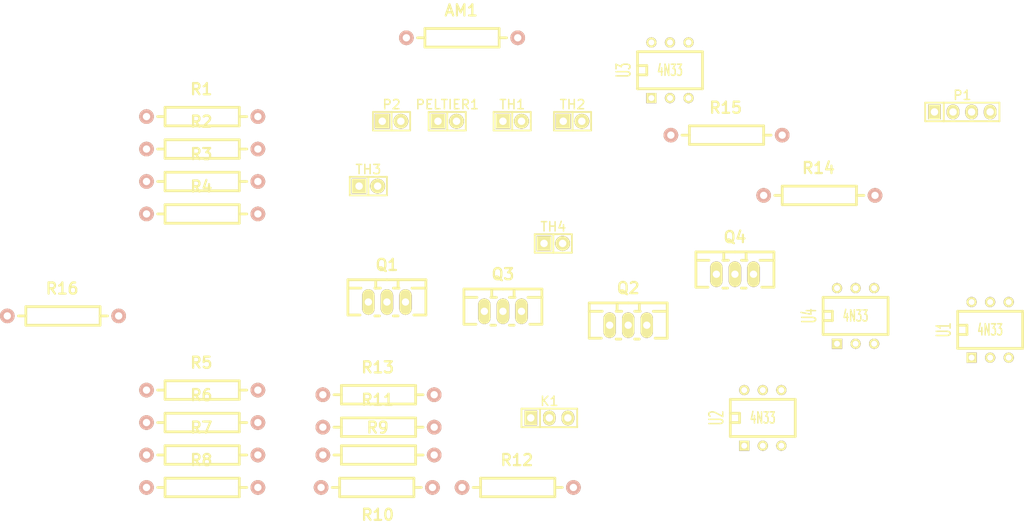
<source format=kicad_pcb>
(kicad_pcb (version 3) (host pcbnew "(2014-03-19 BZR 4756)-product")

  (general
    (links 52)
    (no_connects 52)
    (area 138.853998 98.1456 158.148202 110.409228)
    (thickness 1.6)
    (drawings 0)
    (tracks 0)
    (zones 0)
    (modules 33)
    (nets 38)
  )

  (page A4)
  (layers
    (15 F.Cu signal)
    (0 B.Cu signal)
    (16 B.Adhes user)
    (17 F.Adhes user)
    (18 B.Paste user)
    (19 F.Paste user)
    (20 B.SilkS user)
    (21 F.SilkS user)
    (22 B.Mask user)
    (23 F.Mask user)
    (24 Dwgs.User user)
    (25 Cmts.User user)
    (26 Eco1.User user)
    (27 Eco2.User user)
    (28 Edge.Cuts user)
  )

  (setup
    (last_trace_width 0.254)
    (trace_clearance 0.254)
    (zone_clearance 0.508)
    (zone_45_only no)
    (trace_min 0.254)
    (segment_width 0.2)
    (edge_width 0.15)
    (via_size 0.889)
    (via_drill 0.635)
    (via_min_size 0.889)
    (via_min_drill 0.508)
    (uvia_size 0.508)
    (uvia_drill 0.127)
    (uvias_allowed no)
    (uvia_min_size 0.508)
    (uvia_min_drill 0.127)
    (pcb_text_width 0.3)
    (pcb_text_size 1 1)
    (mod_edge_width 0.15)
    (mod_text_size 1 1)
    (mod_text_width 0.15)
    (pad_size 1 1)
    (pad_drill 0.6)
    (pad_to_mask_clearance 0)
    (aux_axis_origin 0 0)
    (visible_elements FFFFEF7F)
    (pcbplotparams
      (layerselection 3178497)
      (usegerberextensions true)
      (excludeedgelayer true)
      (linewidth 0.150000)
      (plotframeref false)
      (viasonmask false)
      (mode 1)
      (useauxorigin false)
      (hpglpennumber 1)
      (hpglpenspeed 20)
      (hpglpendiameter 15)
      (hpglpenoverlay 2)
      (psnegative false)
      (psa4output false)
      (plotreference true)
      (plotvalue true)
      (plotothertext true)
      (plotinvisibletext false)
      (padsonsilk false)
      (subtractmaskfromsilk false)
      (outputformat 1)
      (mirror false)
      (drillshape 1)
      (scaleselection 1)
      (outputdirectory ""))
  )

  (net 0 "")
  (net 1 "Net-(AM1-Pad1)")
  (net 2 "Net-(AM1-Pad2)")
  (net 3 GND)
  (net 4 +12V)
  (net 5 "Net-(AM1-Pad24)")
  (net 6 "Net-(AM1-Pad26)")
  (net 7 "Net-(AM1-Pad25)")
  (net 8 "Net-(PELTIER1-Pad1)")
  (net 9 "Net-(PELTIER1-Pad2)")
  (net 10 "Net-(Q1-PadG)")
  (net 11 "Net-(Q2-PadG)")
  (net 12 "Net-(Q3-PadG)")
  (net 13 "Net-(Q4-PadG)")
  (net 14 "Net-(AM1-Pad6)")
  (net 15 "Net-(AM1-Pad14)")
  (net 16 "Net-(AM1-Pad13)")
  (net 17 "Net-(AM1-Pad12)")
  (net 18 "Net-(AM1-Pad11)")
  (net 19 "/H-bridge Peltier Control/heat")
  (net 20 "Net-(R5-Pad2)")
  (net 21 "/H-bridge Peltier Control/cool")
  (net 22 "Net-(R6-Pad2)")
  (net 23 "Net-(R7-Pad1)")
  (net 24 "Net-(R8-Pad1)")
  (net 25 "Net-(R13-Pad2)")
  (net 26 "Net-(R14-Pad2)")
  (net 27 "Net-(R15-Pad2)")
  (net 28 "Net-(R16-Pad2)")
  (net 29 "Net-(U1-Pad3)")
  (net 30 "Net-(U1-Pad6)")
  (net 31 "/H-bridge Peltier Control/ena*")
  (net 32 "Net-(U2-Pad3)")
  (net 33 "Net-(U2-Pad6)")
  (net 34 "Net-(U3-Pad3)")
  (net 35 "Net-(U3-Pad6)")
  (net 36 "Net-(U4-Pad3)")
  (net 37 "Net-(U4-Pad6)")

  (net_class Default "This is the default net class."
    (clearance 0.254)
    (trace_width 0.254)
    (via_dia 0.889)
    (via_drill 0.635)
    (uvia_dia 0.508)
    (uvia_drill 0.127)
    (add_net +12V)
    (add_net "/H-bridge Peltier Control/cool")
    (add_net "/H-bridge Peltier Control/ena*")
    (add_net "/H-bridge Peltier Control/heat")
    (add_net GND)
    (add_net "Net-(AM1-Pad1)")
    (add_net "Net-(AM1-Pad11)")
    (add_net "Net-(AM1-Pad12)")
    (add_net "Net-(AM1-Pad13)")
    (add_net "Net-(AM1-Pad14)")
    (add_net "Net-(AM1-Pad2)")
    (add_net "Net-(AM1-Pad24)")
    (add_net "Net-(AM1-Pad25)")
    (add_net "Net-(AM1-Pad26)")
    (add_net "Net-(AM1-Pad6)")
    (add_net "Net-(PELTIER1-Pad1)")
    (add_net "Net-(PELTIER1-Pad2)")
    (add_net "Net-(Q1-PadG)")
    (add_net "Net-(Q2-PadG)")
    (add_net "Net-(Q3-PadG)")
    (add_net "Net-(Q4-PadG)")
    (add_net "Net-(R13-Pad2)")
    (add_net "Net-(R14-Pad2)")
    (add_net "Net-(R15-Pad2)")
    (add_net "Net-(R16-Pad2)")
    (add_net "Net-(R5-Pad2)")
    (add_net "Net-(R6-Pad2)")
    (add_net "Net-(R7-Pad1)")
    (add_net "Net-(R8-Pad1)")
    (add_net "Net-(U1-Pad3)")
    (add_net "Net-(U1-Pad6)")
    (add_net "Net-(U2-Pad3)")
    (add_net "Net-(U2-Pad6)")
    (add_net "Net-(U3-Pad3)")
    (add_net "Net-(U3-Pad6)")
    (add_net "Net-(U4-Pad3)")
    (add_net "Net-(U4-Pad6)")
  )

  (module Resistors_ThroughHole:Resistor_Horizontal_RM15mm (layer F.Cu) (tedit 53D11BB1) (tstamp 53D11D17)
    (at 135.89 76.835)
    (descr "Resistor, Axial, RM 15mm,")
    (tags "Resistor, Axial, RM 15mm,")
    (path /53D0D66B)
    (fp_text reference AM1 (at 0 -3.74904) (layer F.SilkS)
      (effects (font (thickness 0.3048)))
    )
    (fp_text value ARDUINO-MICRO (at 0 4.0005) (layer F.SilkS) hide
      (effects (font (size 1.50114 1.50114) (thickness 0.20066)))
    )
    (fp_line (start -4.96062 0) (end -5.97662 0) (layer F.SilkS) (width 0.381))
    (fp_line (start 5.19938 0) (end 6.21538 0) (layer F.SilkS) (width 0.381))
    (fp_line (start -4.96062 -1.27) (end 5.19938 -1.27) (layer F.SilkS) (width 0.381))
    (fp_line (start 5.19938 -1.27) (end 5.19938 1.27) (layer F.SilkS) (width 0.381))
    (fp_line (start 5.19938 1.27) (end -4.96062 1.27) (layer F.SilkS) (width 0.381))
    (fp_line (start -4.96062 1.27) (end -4.96062 -1.27) (layer F.SilkS) (width 0.381))
    (pad 1 thru_hole circle (at -7.50062 0) (size 1.99898 1.99898) (drill 1.00076) (layers *.Cu *.SilkS *.Mask)
      (net 1 "Net-(AM1-Pad1)"))
    (pad 2 thru_hole circle (at 7.73938 0) (size 1.99898 1.99898) (drill 1.00076) (layers *.Cu *.SilkS *.Mask)
      (net 2 "Net-(AM1-Pad2)"))
  )

  (module Pin_Headers:Pin_Header_Straight_1x03 (layer F.Cu) (tedit 53D11BB3) (tstamp 53D11D25)
    (at 147.955 128.905)
    (descr "1 pin")
    (tags "CONN DEV")
    (path /53D0E5CE)
    (fp_text reference K1 (at 0 -2.286) (layer F.SilkS)
      (effects (font (size 1.27 1.27) (thickness 0.2032)))
    )
    (fp_text value CONN_3 (at 0 0) (layer F.SilkS) hide
      (effects (font (size 1.27 1.27) (thickness 0.2032)))
    )
    (fp_line (start -1.27 1.27) (end 3.81 1.27) (layer F.SilkS) (width 0.254))
    (fp_line (start 3.81 1.27) (end 3.81 -1.27) (layer F.SilkS) (width 0.254))
    (fp_line (start 3.81 -1.27) (end -1.27 -1.27) (layer F.SilkS) (width 0.254))
    (fp_line (start -3.81 -1.27) (end -1.27 -1.27) (layer F.SilkS) (width 0.254))
    (fp_line (start -1.27 -1.27) (end -1.27 1.27) (layer F.SilkS) (width 0.254))
    (fp_line (start -3.81 -1.27) (end -3.81 1.27) (layer F.SilkS) (width 0.254))
    (fp_line (start -3.81 1.27) (end -1.27 1.27) (layer F.SilkS) (width 0.254))
    (pad 1 thru_hole rect (at -2.54 0) (size 1.7272 2.032) (drill 1.016) (layers *.Cu *.Mask F.SilkS)
      (net 3 GND))
    (pad 2 thru_hole oval (at 0 0) (size 1.7272 2.032) (drill 1.016) (layers *.Cu *.Mask F.SilkS)
      (net 4 +12V))
    (pad 3 thru_hole oval (at 2.54 0) (size 1.7272 2.032) (drill 1.016) (layers *.Cu *.Mask F.SilkS)
      (net 5 "Net-(AM1-Pad24)"))
    (model Pin_Headers/Pin_Header_Straight_1x03.wrl
      (at (xyz 0 0 0))
      (scale (xyz 1 1 1))
      (rotate (xyz 0 0 0))
    )
  )

  (module Pin_Headers:Pin_Header_Straight_1x04 (layer F.Cu) (tedit 53D11BB3) (tstamp 53D11D34)
    (at 204.47 86.995)
    (descr "1 pin")
    (tags "CONN DEV")
    (path /53D0E5BF)
    (fp_text reference P1 (at 0 -2.286) (layer F.SilkS)
      (effects (font (size 1.27 1.27) (thickness 0.2032)))
    )
    (fp_text value CONN_4 (at 0 0) (layer F.SilkS) hide
      (effects (font (size 1.27 1.27) (thickness 0.2032)))
    )
    (fp_line (start -2.54 1.27) (end 5.08 1.27) (layer F.SilkS) (width 0.254))
    (fp_line (start -2.54 -1.27) (end 5.08 -1.27) (layer F.SilkS) (width 0.254))
    (fp_line (start -5.08 -1.27) (end -2.54 -1.27) (layer F.SilkS) (width 0.254))
    (fp_line (start 5.08 1.27) (end 5.08 -1.27) (layer F.SilkS) (width 0.254))
    (fp_line (start -2.54 -1.27) (end -2.54 1.27) (layer F.SilkS) (width 0.254))
    (fp_line (start -5.08 -1.27) (end -5.08 1.27) (layer F.SilkS) (width 0.254))
    (fp_line (start -5.08 1.27) (end -2.54 1.27) (layer F.SilkS) (width 0.254))
    (pad 1 thru_hole rect (at -3.81 0) (size 1.7272 2.032) (drill 1.016) (layers *.Cu *.Mask F.SilkS)
      (net 3 GND))
    (pad 2 thru_hole oval (at -1.27 0) (size 1.7272 2.032) (drill 1.016) (layers *.Cu *.Mask F.SilkS)
      (net 4 +12V))
    (pad 3 thru_hole oval (at 1.27 0) (size 1.7272 2.032) (drill 1.016) (layers *.Cu *.Mask F.SilkS)
      (net 6 "Net-(AM1-Pad26)"))
    (pad 4 thru_hole oval (at 3.81 0) (size 1.7272 2.032) (drill 1.016) (layers *.Cu *.Mask F.SilkS)
      (net 7 "Net-(AM1-Pad25)"))
    (model Pin_Headers/Pin_Header_Straight_1x04.wrl
      (at (xyz 0 0 0))
      (scale (xyz 1 1 1))
      (rotate (xyz 0 0 0))
    )
  )

  (module Pin_Headers:Pin_Header_Straight_1x02 (layer F.Cu) (tedit 53D11BB3) (tstamp 53D11D40)
    (at 126.365 88.265)
    (descr "1 pin")
    (tags "CONN DEV")
    (path /53CFE204/53D0F71B)
    (fp_text reference P2 (at 0 -2.286) (layer F.SilkS)
      (effects (font (size 1.27 1.27) (thickness 0.2032)))
    )
    (fp_text value CONN_2 (at 0 0) (layer F.SilkS) hide
      (effects (font (size 1.27 1.27) (thickness 0.2032)))
    )
    (fp_line (start 0 -1.27) (end 0 1.27) (layer F.SilkS) (width 0.254))
    (fp_line (start -2.54 -1.27) (end -2.54 1.27) (layer F.SilkS) (width 0.254))
    (fp_line (start -2.54 1.27) (end 0 1.27) (layer F.SilkS) (width 0.254))
    (fp_line (start 0 1.27) (end 2.54 1.27) (layer F.SilkS) (width 0.254))
    (fp_line (start 2.54 1.27) (end 2.54 -1.27) (layer F.SilkS) (width 0.254))
    (fp_line (start 2.54 -1.27) (end -2.54 -1.27) (layer F.SilkS) (width 0.254))
    (pad 1 thru_hole rect (at -1.27 0) (size 2.032 2.032) (drill 1.016) (layers *.Cu *.Mask F.SilkS)
      (net 3 GND))
    (pad 2 thru_hole oval (at 1.27 0) (size 2.032 2.032) (drill 1.016) (layers *.Cu *.Mask F.SilkS)
      (net 4 +12V))
    (model Pin_Headers/Pin_Header_Straight_1x02.wrl
      (at (xyz 0 0 0))
      (scale (xyz 1 1 1))
      (rotate (xyz 0 0 0))
    )
  )

  (module Pin_Headers:Pin_Header_Straight_1x02 (layer F.Cu) (tedit 53D11BB3) (tstamp 53D11D4C)
    (at 133.985 88.265)
    (descr "1 pin")
    (tags "CONN DEV")
    (path /53CFE204/53CE44A7)
    (fp_text reference PELTIER1 (at 0 -2.286) (layer F.SilkS)
      (effects (font (size 1.27 1.27) (thickness 0.2032)))
    )
    (fp_text value R (at 0 0) (layer F.SilkS) hide
      (effects (font (size 1.27 1.27) (thickness 0.2032)))
    )
    (fp_line (start 0 -1.27) (end 0 1.27) (layer F.SilkS) (width 0.254))
    (fp_line (start -2.54 -1.27) (end -2.54 1.27) (layer F.SilkS) (width 0.254))
    (fp_line (start -2.54 1.27) (end 0 1.27) (layer F.SilkS) (width 0.254))
    (fp_line (start 0 1.27) (end 2.54 1.27) (layer F.SilkS) (width 0.254))
    (fp_line (start 2.54 1.27) (end 2.54 -1.27) (layer F.SilkS) (width 0.254))
    (fp_line (start 2.54 -1.27) (end -2.54 -1.27) (layer F.SilkS) (width 0.254))
    (pad 1 thru_hole rect (at -1.27 0) (size 2.032 2.032) (drill 1.016) (layers *.Cu *.Mask F.SilkS)
      (net 8 "Net-(PELTIER1-Pad1)"))
    (pad 2 thru_hole oval (at 1.27 0) (size 2.032 2.032) (drill 1.016) (layers *.Cu *.Mask F.SilkS)
      (net 9 "Net-(PELTIER1-Pad2)"))
    (model Pin_Headers/Pin_Header_Straight_1x02.wrl
      (at (xyz 0 0 0))
      (scale (xyz 1 1 1))
      (rotate (xyz 0 0 0))
    )
  )

  (module Transistors_TO-220:TO-220_FET-GDS_Vertical_LargePads (layer F.Cu) (tedit 53D11BB0) (tstamp 53D11D64)
    (at 125.73 113.03)
    (descr "TO-220, FET-GDS, Vertical, Large Pads,")
    (tags "TO-220, FET-GDS, Vertical, Large Pads,")
    (path /53CFE204/52A89349)
    (fp_text reference Q1 (at 0 -5.08) (layer F.SilkS)
      (effects (font (thickness 0.3048)))
    )
    (fp_text value MOSFET_P (at 0 3.81) (layer F.SilkS) hide
      (effects (font (thickness 0.3048)))
    )
    (fp_line (start 5.334 -1.905) (end 3.429 -1.905) (layer F.SilkS) (width 0.381))
    (fp_line (start 0.889 -1.905) (end 1.651 -1.905) (layer F.SilkS) (width 0.381))
    (fp_line (start -1.524 -1.905) (end -1.651 -1.905) (layer F.SilkS) (width 0.381))
    (fp_line (start -1.524 -1.905) (end -0.889 -1.905) (layer F.SilkS) (width 0.381))
    (fp_line (start -5.334 -1.905) (end -3.556 -1.905) (layer F.SilkS) (width 0.381))
    (fp_line (start -5.334 1.778) (end -3.683 1.778) (layer F.SilkS) (width 0.381))
    (fp_line (start -1.016 1.905) (end -1.651 1.905) (layer F.SilkS) (width 0.381))
    (fp_line (start 1.524 1.905) (end 0.889 1.905) (layer F.SilkS) (width 0.381))
    (fp_line (start 5.334 1.778) (end 3.683 1.778) (layer F.SilkS) (width 0.381))
    (fp_line (start -1.524 -3.048) (end -1.524 -1.905) (layer F.SilkS) (width 0.381))
    (fp_line (start 1.524 -3.048) (end 1.524 -1.905) (layer F.SilkS) (width 0.381))
    (fp_line (start 5.334 -1.905) (end 5.334 1.778) (layer F.SilkS) (width 0.381))
    (fp_line (start -5.334 1.778) (end -5.334 -1.905) (layer F.SilkS) (width 0.381))
    (fp_line (start 5.334 -3.048) (end 5.334 -1.905) (layer F.SilkS) (width 0.381))
    (fp_line (start -5.334 -1.905) (end -5.334 -3.048) (layer F.SilkS) (width 0.381))
    (fp_line (start 0 -3.048) (end -5.334 -3.048) (layer F.SilkS) (width 0.381))
    (fp_line (start 0 -3.048) (end 5.334 -3.048) (layer F.SilkS) (width 0.381))
    (pad D thru_hole oval (at 0 0 90) (size 3.50012 1.69926) (drill 1.00076) (layers *.Cu *.Mask F.SilkS)
      (net 8 "Net-(PELTIER1-Pad1)"))
    (pad G thru_hole oval (at -2.54 0 90) (size 3.50012 1.69926) (drill 1.00076) (layers *.Cu *.Mask F.SilkS)
      (net 10 "Net-(Q1-PadG)"))
    (pad S thru_hole oval (at 2.54 0 90) (size 3.50012 1.69926) (drill 1.00076) (layers *.Cu *.Mask F.SilkS)
      (net 4 +12V))
    (model Transistor_TO-220_Wings3d_RevB_03Sep2012/TO220-vert_RevB_Faktor03937_03Sep2012.wrl
      (at (xyz 0 0 0))
      (scale (xyz 0.3937 0.3937 0.3937))
      (rotate (xyz 0 0 0))
    )
  )

  (module Transistors_TO-220:TO-220_FET-GDS_Vertical_LargePads (layer F.Cu) (tedit 53D11BB0) (tstamp 53D11D7C)
    (at 158.75 116.205)
    (descr "TO-220, FET-GDS, Vertical, Large Pads,")
    (tags "TO-220, FET-GDS, Vertical, Large Pads,")
    (path /53CFE204/52A89135)
    (fp_text reference Q2 (at 0 -5.08) (layer F.SilkS)
      (effects (font (thickness 0.3048)))
    )
    (fp_text value MOSFET_N (at 0 3.81) (layer F.SilkS) hide
      (effects (font (thickness 0.3048)))
    )
    (fp_line (start 5.334 -1.905) (end 3.429 -1.905) (layer F.SilkS) (width 0.381))
    (fp_line (start 0.889 -1.905) (end 1.651 -1.905) (layer F.SilkS) (width 0.381))
    (fp_line (start -1.524 -1.905) (end -1.651 -1.905) (layer F.SilkS) (width 0.381))
    (fp_line (start -1.524 -1.905) (end -0.889 -1.905) (layer F.SilkS) (width 0.381))
    (fp_line (start -5.334 -1.905) (end -3.556 -1.905) (layer F.SilkS) (width 0.381))
    (fp_line (start -5.334 1.778) (end -3.683 1.778) (layer F.SilkS) (width 0.381))
    (fp_line (start -1.016 1.905) (end -1.651 1.905) (layer F.SilkS) (width 0.381))
    (fp_line (start 1.524 1.905) (end 0.889 1.905) (layer F.SilkS) (width 0.381))
    (fp_line (start 5.334 1.778) (end 3.683 1.778) (layer F.SilkS) (width 0.381))
    (fp_line (start -1.524 -3.048) (end -1.524 -1.905) (layer F.SilkS) (width 0.381))
    (fp_line (start 1.524 -3.048) (end 1.524 -1.905) (layer F.SilkS) (width 0.381))
    (fp_line (start 5.334 -1.905) (end 5.334 1.778) (layer F.SilkS) (width 0.381))
    (fp_line (start -5.334 1.778) (end -5.334 -1.905) (layer F.SilkS) (width 0.381))
    (fp_line (start 5.334 -3.048) (end 5.334 -1.905) (layer F.SilkS) (width 0.381))
    (fp_line (start -5.334 -1.905) (end -5.334 -3.048) (layer F.SilkS) (width 0.381))
    (fp_line (start 0 -3.048) (end -5.334 -3.048) (layer F.SilkS) (width 0.381))
    (fp_line (start 0 -3.048) (end 5.334 -3.048) (layer F.SilkS) (width 0.381))
    (pad D thru_hole oval (at 0 0 90) (size 3.50012 1.69926) (drill 1.00076) (layers *.Cu *.Mask F.SilkS)
      (net 8 "Net-(PELTIER1-Pad1)"))
    (pad G thru_hole oval (at -2.54 0 90) (size 3.50012 1.69926) (drill 1.00076) (layers *.Cu *.Mask F.SilkS)
      (net 11 "Net-(Q2-PadG)"))
    (pad S thru_hole oval (at 2.54 0 90) (size 3.50012 1.69926) (drill 1.00076) (layers *.Cu *.Mask F.SilkS)
      (net 3 GND))
    (model Transistor_TO-220_Wings3d_RevB_03Sep2012/TO220-vert_RevB_Faktor03937_03Sep2012.wrl
      (at (xyz 0 0 0))
      (scale (xyz 0.3937 0.3937 0.3937))
      (rotate (xyz 0 0 0))
    )
  )

  (module Transistors_TO-220:TO-220_FET-GDS_Vertical_LargePads (layer F.Cu) (tedit 53D11BB0) (tstamp 53D11D94)
    (at 141.605 114.3)
    (descr "TO-220, FET-GDS, Vertical, Large Pads,")
    (tags "TO-220, FET-GDS, Vertical, Large Pads,")
    (path /53CFE204/52A89360)
    (fp_text reference Q3 (at 0 -5.08) (layer F.SilkS)
      (effects (font (thickness 0.3048)))
    )
    (fp_text value MOSFET_P (at 0 3.81) (layer F.SilkS) hide
      (effects (font (thickness 0.3048)))
    )
    (fp_line (start 5.334 -1.905) (end 3.429 -1.905) (layer F.SilkS) (width 0.381))
    (fp_line (start 0.889 -1.905) (end 1.651 -1.905) (layer F.SilkS) (width 0.381))
    (fp_line (start -1.524 -1.905) (end -1.651 -1.905) (layer F.SilkS) (width 0.381))
    (fp_line (start -1.524 -1.905) (end -0.889 -1.905) (layer F.SilkS) (width 0.381))
    (fp_line (start -5.334 -1.905) (end -3.556 -1.905) (layer F.SilkS) (width 0.381))
    (fp_line (start -5.334 1.778) (end -3.683 1.778) (layer F.SilkS) (width 0.381))
    (fp_line (start -1.016 1.905) (end -1.651 1.905) (layer F.SilkS) (width 0.381))
    (fp_line (start 1.524 1.905) (end 0.889 1.905) (layer F.SilkS) (width 0.381))
    (fp_line (start 5.334 1.778) (end 3.683 1.778) (layer F.SilkS) (width 0.381))
    (fp_line (start -1.524 -3.048) (end -1.524 -1.905) (layer F.SilkS) (width 0.381))
    (fp_line (start 1.524 -3.048) (end 1.524 -1.905) (layer F.SilkS) (width 0.381))
    (fp_line (start 5.334 -1.905) (end 5.334 1.778) (layer F.SilkS) (width 0.381))
    (fp_line (start -5.334 1.778) (end -5.334 -1.905) (layer F.SilkS) (width 0.381))
    (fp_line (start 5.334 -3.048) (end 5.334 -1.905) (layer F.SilkS) (width 0.381))
    (fp_line (start -5.334 -1.905) (end -5.334 -3.048) (layer F.SilkS) (width 0.381))
    (fp_line (start 0 -3.048) (end -5.334 -3.048) (layer F.SilkS) (width 0.381))
    (fp_line (start 0 -3.048) (end 5.334 -3.048) (layer F.SilkS) (width 0.381))
    (pad D thru_hole oval (at 0 0 90) (size 3.50012 1.69926) (drill 1.00076) (layers *.Cu *.Mask F.SilkS)
      (net 9 "Net-(PELTIER1-Pad2)"))
    (pad G thru_hole oval (at -2.54 0 90) (size 3.50012 1.69926) (drill 1.00076) (layers *.Cu *.Mask F.SilkS)
      (net 12 "Net-(Q3-PadG)"))
    (pad S thru_hole oval (at 2.54 0 90) (size 3.50012 1.69926) (drill 1.00076) (layers *.Cu *.Mask F.SilkS)
      (net 4 +12V))
    (model Transistor_TO-220_Wings3d_RevB_03Sep2012/TO220-vert_RevB_Faktor03937_03Sep2012.wrl
      (at (xyz 0 0 0))
      (scale (xyz 0.3937 0.3937 0.3937))
      (rotate (xyz 0 0 0))
    )
  )

  (module Transistors_TO-220:TO-220_FET-GDS_Vertical_LargePads (layer F.Cu) (tedit 53D11BB0) (tstamp 53D11DAC)
    (at 173.355 109.22)
    (descr "TO-220, FET-GDS, Vertical, Large Pads,")
    (tags "TO-220, FET-GDS, Vertical, Large Pads,")
    (path /53CFE204/52A8933B)
    (fp_text reference Q4 (at 0 -5.08) (layer F.SilkS)
      (effects (font (thickness 0.3048)))
    )
    (fp_text value MOSFET_N (at 0 3.81) (layer F.SilkS) hide
      (effects (font (thickness 0.3048)))
    )
    (fp_line (start 5.334 -1.905) (end 3.429 -1.905) (layer F.SilkS) (width 0.381))
    (fp_line (start 0.889 -1.905) (end 1.651 -1.905) (layer F.SilkS) (width 0.381))
    (fp_line (start -1.524 -1.905) (end -1.651 -1.905) (layer F.SilkS) (width 0.381))
    (fp_line (start -1.524 -1.905) (end -0.889 -1.905) (layer F.SilkS) (width 0.381))
    (fp_line (start -5.334 -1.905) (end -3.556 -1.905) (layer F.SilkS) (width 0.381))
    (fp_line (start -5.334 1.778) (end -3.683 1.778) (layer F.SilkS) (width 0.381))
    (fp_line (start -1.016 1.905) (end -1.651 1.905) (layer F.SilkS) (width 0.381))
    (fp_line (start 1.524 1.905) (end 0.889 1.905) (layer F.SilkS) (width 0.381))
    (fp_line (start 5.334 1.778) (end 3.683 1.778) (layer F.SilkS) (width 0.381))
    (fp_line (start -1.524 -3.048) (end -1.524 -1.905) (layer F.SilkS) (width 0.381))
    (fp_line (start 1.524 -3.048) (end 1.524 -1.905) (layer F.SilkS) (width 0.381))
    (fp_line (start 5.334 -1.905) (end 5.334 1.778) (layer F.SilkS) (width 0.381))
    (fp_line (start -5.334 1.778) (end -5.334 -1.905) (layer F.SilkS) (width 0.381))
    (fp_line (start 5.334 -3.048) (end 5.334 -1.905) (layer F.SilkS) (width 0.381))
    (fp_line (start -5.334 -1.905) (end -5.334 -3.048) (layer F.SilkS) (width 0.381))
    (fp_line (start 0 -3.048) (end -5.334 -3.048) (layer F.SilkS) (width 0.381))
    (fp_line (start 0 -3.048) (end 5.334 -3.048) (layer F.SilkS) (width 0.381))
    (pad D thru_hole oval (at 0 0 90) (size 3.50012 1.69926) (drill 1.00076) (layers *.Cu *.Mask F.SilkS)
      (net 9 "Net-(PELTIER1-Pad2)"))
    (pad G thru_hole oval (at -2.54 0 90) (size 3.50012 1.69926) (drill 1.00076) (layers *.Cu *.Mask F.SilkS)
      (net 13 "Net-(Q4-PadG)"))
    (pad S thru_hole oval (at 2.54 0 90) (size 3.50012 1.69926) (drill 1.00076) (layers *.Cu *.Mask F.SilkS)
      (net 3 GND))
    (model Transistor_TO-220_Wings3d_RevB_03Sep2012/TO220-vert_RevB_Faktor03937_03Sep2012.wrl
      (at (xyz 0 0 0))
      (scale (xyz 0.3937 0.3937 0.3937))
      (rotate (xyz 0 0 0))
    )
  )

  (module Resistors_ThroughHole:Resistor_Horizontal_RM15mm (layer F.Cu) (tedit 53D11BB1) (tstamp 53D11DB8)
    (at 100.33 87.63)
    (descr "Resistor, Axial, RM 15mm,")
    (tags "Resistor, Axial, RM 15mm,")
    (path /53D0DDD5)
    (fp_text reference R1 (at 0 -3.74904) (layer F.SilkS)
      (effects (font (thickness 0.3048)))
    )
    (fp_text value 10k (at 0 4.0005) (layer F.SilkS) hide
      (effects (font (size 1.50114 1.50114) (thickness 0.20066)))
    )
    (fp_line (start -4.96062 0) (end -5.97662 0) (layer F.SilkS) (width 0.381))
    (fp_line (start 5.19938 0) (end 6.21538 0) (layer F.SilkS) (width 0.381))
    (fp_line (start -4.96062 -1.27) (end 5.19938 -1.27) (layer F.SilkS) (width 0.381))
    (fp_line (start 5.19938 -1.27) (end 5.19938 1.27) (layer F.SilkS) (width 0.381))
    (fp_line (start 5.19938 1.27) (end -4.96062 1.27) (layer F.SilkS) (width 0.381))
    (fp_line (start -4.96062 1.27) (end -4.96062 -1.27) (layer F.SilkS) (width 0.381))
    (pad 1 thru_hole circle (at -7.50062 0) (size 1.99898 1.99898) (drill 1.00076) (layers *.Cu *.SilkS *.Mask)
      (net 14 "Net-(AM1-Pad6)"))
    (pad 2 thru_hole circle (at 7.73938 0) (size 1.99898 1.99898) (drill 1.00076) (layers *.Cu *.SilkS *.Mask)
      (net 15 "Net-(AM1-Pad14)"))
  )

  (module Resistors_ThroughHole:Resistor_Horizontal_RM15mm (layer F.Cu) (tedit 53D11BB1) (tstamp 53D11DC4)
    (at 100.33 92.075)
    (descr "Resistor, Axial, RM 15mm,")
    (tags "Resistor, Axial, RM 15mm,")
    (path /53D0DDE2)
    (fp_text reference R2 (at 0 -3.74904) (layer F.SilkS)
      (effects (font (thickness 0.3048)))
    )
    (fp_text value 10k (at 0 4.0005) (layer F.SilkS) hide
      (effects (font (size 1.50114 1.50114) (thickness 0.20066)))
    )
    (fp_line (start -4.96062 0) (end -5.97662 0) (layer F.SilkS) (width 0.381))
    (fp_line (start 5.19938 0) (end 6.21538 0) (layer F.SilkS) (width 0.381))
    (fp_line (start -4.96062 -1.27) (end 5.19938 -1.27) (layer F.SilkS) (width 0.381))
    (fp_line (start 5.19938 -1.27) (end 5.19938 1.27) (layer F.SilkS) (width 0.381))
    (fp_line (start 5.19938 1.27) (end -4.96062 1.27) (layer F.SilkS) (width 0.381))
    (fp_line (start -4.96062 1.27) (end -4.96062 -1.27) (layer F.SilkS) (width 0.381))
    (pad 1 thru_hole circle (at -7.50062 0) (size 1.99898 1.99898) (drill 1.00076) (layers *.Cu *.SilkS *.Mask)
      (net 14 "Net-(AM1-Pad6)"))
    (pad 2 thru_hole circle (at 7.73938 0) (size 1.99898 1.99898) (drill 1.00076) (layers *.Cu *.SilkS *.Mask)
      (net 16 "Net-(AM1-Pad13)"))
  )

  (module Resistors_ThroughHole:Resistor_Horizontal_RM15mm (layer F.Cu) (tedit 53D11BB1) (tstamp 53D11DD0)
    (at 100.33 96.52)
    (descr "Resistor, Axial, RM 15mm,")
    (tags "Resistor, Axial, RM 15mm,")
    (path /53D0DDE8)
    (fp_text reference R3 (at 0 -3.74904) (layer F.SilkS)
      (effects (font (thickness 0.3048)))
    )
    (fp_text value 10k (at 0 4.0005) (layer F.SilkS) hide
      (effects (font (size 1.50114 1.50114) (thickness 0.20066)))
    )
    (fp_line (start -4.96062 0) (end -5.97662 0) (layer F.SilkS) (width 0.381))
    (fp_line (start 5.19938 0) (end 6.21538 0) (layer F.SilkS) (width 0.381))
    (fp_line (start -4.96062 -1.27) (end 5.19938 -1.27) (layer F.SilkS) (width 0.381))
    (fp_line (start 5.19938 -1.27) (end 5.19938 1.27) (layer F.SilkS) (width 0.381))
    (fp_line (start 5.19938 1.27) (end -4.96062 1.27) (layer F.SilkS) (width 0.381))
    (fp_line (start -4.96062 1.27) (end -4.96062 -1.27) (layer F.SilkS) (width 0.381))
    (pad 1 thru_hole circle (at -7.50062 0) (size 1.99898 1.99898) (drill 1.00076) (layers *.Cu *.SilkS *.Mask)
      (net 14 "Net-(AM1-Pad6)"))
    (pad 2 thru_hole circle (at 7.73938 0) (size 1.99898 1.99898) (drill 1.00076) (layers *.Cu *.SilkS *.Mask)
      (net 17 "Net-(AM1-Pad12)"))
  )

  (module Resistors_ThroughHole:Resistor_Horizontal_RM15mm (layer F.Cu) (tedit 53D11BB1) (tstamp 53D11DDC)
    (at 100.33 100.965)
    (descr "Resistor, Axial, RM 15mm,")
    (tags "Resistor, Axial, RM 15mm,")
    (path /53D0DDEE)
    (fp_text reference R4 (at 0 -3.74904) (layer F.SilkS)
      (effects (font (thickness 0.3048)))
    )
    (fp_text value 10k (at 0 4.0005) (layer F.SilkS) hide
      (effects (font (size 1.50114 1.50114) (thickness 0.20066)))
    )
    (fp_line (start -4.96062 0) (end -5.97662 0) (layer F.SilkS) (width 0.381))
    (fp_line (start 5.19938 0) (end 6.21538 0) (layer F.SilkS) (width 0.381))
    (fp_line (start -4.96062 -1.27) (end 5.19938 -1.27) (layer F.SilkS) (width 0.381))
    (fp_line (start 5.19938 -1.27) (end 5.19938 1.27) (layer F.SilkS) (width 0.381))
    (fp_line (start 5.19938 1.27) (end -4.96062 1.27) (layer F.SilkS) (width 0.381))
    (fp_line (start -4.96062 1.27) (end -4.96062 -1.27) (layer F.SilkS) (width 0.381))
    (pad 1 thru_hole circle (at -7.50062 0) (size 1.99898 1.99898) (drill 1.00076) (layers *.Cu *.SilkS *.Mask)
      (net 14 "Net-(AM1-Pad6)"))
    (pad 2 thru_hole circle (at 7.73938 0) (size 1.99898 1.99898) (drill 1.00076) (layers *.Cu *.SilkS *.Mask)
      (net 18 "Net-(AM1-Pad11)"))
  )

  (module Resistors_ThroughHole:Resistor_Horizontal_RM15mm (layer F.Cu) (tedit 53D11BB1) (tstamp 53D11DE8)
    (at 100.33 125.095)
    (descr "Resistor, Axial, RM 15mm,")
    (tags "Resistor, Axial, RM 15mm,")
    (path /53CFE204/53CFD236)
    (fp_text reference R5 (at 0 -3.74904) (layer F.SilkS)
      (effects (font (thickness 0.3048)))
    )
    (fp_text value 470 (at 0 4.0005) (layer F.SilkS) hide
      (effects (font (size 1.50114 1.50114) (thickness 0.20066)))
    )
    (fp_line (start -4.96062 0) (end -5.97662 0) (layer F.SilkS) (width 0.381))
    (fp_line (start 5.19938 0) (end 6.21538 0) (layer F.SilkS) (width 0.381))
    (fp_line (start -4.96062 -1.27) (end 5.19938 -1.27) (layer F.SilkS) (width 0.381))
    (fp_line (start 5.19938 -1.27) (end 5.19938 1.27) (layer F.SilkS) (width 0.381))
    (fp_line (start 5.19938 1.27) (end -4.96062 1.27) (layer F.SilkS) (width 0.381))
    (fp_line (start -4.96062 1.27) (end -4.96062 -1.27) (layer F.SilkS) (width 0.381))
    (pad 1 thru_hole circle (at -7.50062 0) (size 1.99898 1.99898) (drill 1.00076) (layers *.Cu *.SilkS *.Mask)
      (net 19 "/H-bridge Peltier Control/heat"))
    (pad 2 thru_hole circle (at 7.73938 0) (size 1.99898 1.99898) (drill 1.00076) (layers *.Cu *.SilkS *.Mask)
      (net 20 "Net-(R5-Pad2)"))
  )

  (module Resistors_ThroughHole:Resistor_Horizontal_RM15mm (layer F.Cu) (tedit 53D11BB1) (tstamp 53D11DF4)
    (at 100.33 129.54)
    (descr "Resistor, Axial, RM 15mm,")
    (tags "Resistor, Axial, RM 15mm,")
    (path /53CFE204/53CFD2D1)
    (fp_text reference R6 (at 0 -3.74904) (layer F.SilkS)
      (effects (font (thickness 0.3048)))
    )
    (fp_text value 470 (at 0 4.0005) (layer F.SilkS) hide
      (effects (font (size 1.50114 1.50114) (thickness 0.20066)))
    )
    (fp_line (start -4.96062 0) (end -5.97662 0) (layer F.SilkS) (width 0.381))
    (fp_line (start 5.19938 0) (end 6.21538 0) (layer F.SilkS) (width 0.381))
    (fp_line (start -4.96062 -1.27) (end 5.19938 -1.27) (layer F.SilkS) (width 0.381))
    (fp_line (start 5.19938 -1.27) (end 5.19938 1.27) (layer F.SilkS) (width 0.381))
    (fp_line (start 5.19938 1.27) (end -4.96062 1.27) (layer F.SilkS) (width 0.381))
    (fp_line (start -4.96062 1.27) (end -4.96062 -1.27) (layer F.SilkS) (width 0.381))
    (pad 1 thru_hole circle (at -7.50062 0) (size 1.99898 1.99898) (drill 1.00076) (layers *.Cu *.SilkS *.Mask)
      (net 21 "/H-bridge Peltier Control/cool"))
    (pad 2 thru_hole circle (at 7.73938 0) (size 1.99898 1.99898) (drill 1.00076) (layers *.Cu *.SilkS *.Mask)
      (net 22 "Net-(R6-Pad2)"))
  )

  (module Resistors_ThroughHole:Resistor_Horizontal_RM15mm (layer F.Cu) (tedit 53D11BB1) (tstamp 53D11E00)
    (at 100.33 133.985)
    (descr "Resistor, Axial, RM 15mm,")
    (tags "Resistor, Axial, RM 15mm,")
    (path /53CFE204/53CFCB98)
    (fp_text reference R7 (at 0 -3.74904) (layer F.SilkS)
      (effects (font (thickness 0.3048)))
    )
    (fp_text value 1k (at 0 4.0005) (layer F.SilkS) hide
      (effects (font (size 1.50114 1.50114) (thickness 0.20066)))
    )
    (fp_line (start -4.96062 0) (end -5.97662 0) (layer F.SilkS) (width 0.381))
    (fp_line (start 5.19938 0) (end 6.21538 0) (layer F.SilkS) (width 0.381))
    (fp_line (start -4.96062 -1.27) (end 5.19938 -1.27) (layer F.SilkS) (width 0.381))
    (fp_line (start 5.19938 -1.27) (end 5.19938 1.27) (layer F.SilkS) (width 0.381))
    (fp_line (start 5.19938 1.27) (end -4.96062 1.27) (layer F.SilkS) (width 0.381))
    (fp_line (start -4.96062 1.27) (end -4.96062 -1.27) (layer F.SilkS) (width 0.381))
    (pad 1 thru_hole circle (at -7.50062 0) (size 1.99898 1.99898) (drill 1.00076) (layers *.Cu *.SilkS *.Mask)
      (net 23 "Net-(R7-Pad1)"))
    (pad 2 thru_hole circle (at 7.73938 0) (size 1.99898 1.99898) (drill 1.00076) (layers *.Cu *.SilkS *.Mask)
      (net 10 "Net-(Q1-PadG)"))
  )

  (module Resistors_ThroughHole:Resistor_Horizontal_RM15mm (layer F.Cu) (tedit 53D11BB1) (tstamp 53D11E0C)
    (at 100.33 138.43)
    (descr "Resistor, Axial, RM 15mm,")
    (tags "Resistor, Axial, RM 15mm,")
    (path /53CFE204/53CFCD04)
    (fp_text reference R8 (at 0 -3.74904) (layer F.SilkS)
      (effects (font (thickness 0.3048)))
    )
    (fp_text value 1k (at 0 4.0005) (layer F.SilkS) hide
      (effects (font (size 1.50114 1.50114) (thickness 0.20066)))
    )
    (fp_line (start -4.96062 0) (end -5.97662 0) (layer F.SilkS) (width 0.381))
    (fp_line (start 5.19938 0) (end 6.21538 0) (layer F.SilkS) (width 0.381))
    (fp_line (start -4.96062 -1.27) (end 5.19938 -1.27) (layer F.SilkS) (width 0.381))
    (fp_line (start 5.19938 -1.27) (end 5.19938 1.27) (layer F.SilkS) (width 0.381))
    (fp_line (start 5.19938 1.27) (end -4.96062 1.27) (layer F.SilkS) (width 0.381))
    (fp_line (start -4.96062 1.27) (end -4.96062 -1.27) (layer F.SilkS) (width 0.381))
    (pad 1 thru_hole circle (at -7.50062 0) (size 1.99898 1.99898) (drill 1.00076) (layers *.Cu *.SilkS *.Mask)
      (net 24 "Net-(R8-Pad1)"))
    (pad 2 thru_hole circle (at 7.73938 0) (size 1.99898 1.99898) (drill 1.00076) (layers *.Cu *.SilkS *.Mask)
      (net 11 "Net-(Q2-PadG)"))
  )

  (module Resistors_ThroughHole:Resistor_Horizontal_RM15mm (layer F.Cu) (tedit 53D11BB1) (tstamp 53D11E18)
    (at 124.46 133.985)
    (descr "Resistor, Axial, RM 15mm,")
    (tags "Resistor, Axial, RM 15mm,")
    (path /53CFE204/53CFCC02)
    (fp_text reference R9 (at 0 -3.74904) (layer F.SilkS)
      (effects (font (thickness 0.3048)))
    )
    (fp_text value 10k (at 0 4.0005) (layer F.SilkS) hide
      (effects (font (size 1.50114 1.50114) (thickness 0.20066)))
    )
    (fp_line (start -4.96062 0) (end -5.97662 0) (layer F.SilkS) (width 0.381))
    (fp_line (start 5.19938 0) (end 6.21538 0) (layer F.SilkS) (width 0.381))
    (fp_line (start -4.96062 -1.27) (end 5.19938 -1.27) (layer F.SilkS) (width 0.381))
    (fp_line (start 5.19938 -1.27) (end 5.19938 1.27) (layer F.SilkS) (width 0.381))
    (fp_line (start 5.19938 1.27) (end -4.96062 1.27) (layer F.SilkS) (width 0.381))
    (fp_line (start -4.96062 1.27) (end -4.96062 -1.27) (layer F.SilkS) (width 0.381))
    (pad 1 thru_hole circle (at -7.50062 0) (size 1.99898 1.99898) (drill 1.00076) (layers *.Cu *.SilkS *.Mask)
      (net 10 "Net-(Q1-PadG)"))
    (pad 2 thru_hole circle (at 7.73938 0) (size 1.99898 1.99898) (drill 1.00076) (layers *.Cu *.SilkS *.Mask)
      (net 4 +12V))
  )

  (module Resistors_ThroughHole:Resistor_Horizontal_RM15mm (layer F.Cu) (tedit 53D11BB1) (tstamp 53D11E24)
    (at 124.46 138.43 180)
    (descr "Resistor, Axial, RM 15mm,")
    (tags "Resistor, Axial, RM 15mm,")
    (path /53CFE204/53CFCCCC)
    (fp_text reference R10 (at 0 -3.74904 180) (layer F.SilkS)
      (effects (font (thickness 0.3048)))
    )
    (fp_text value 10k (at 0 4.0005 180) (layer F.SilkS) hide
      (effects (font (size 1.50114 1.50114) (thickness 0.20066)))
    )
    (fp_line (start -4.96062 0) (end -5.97662 0) (layer F.SilkS) (width 0.381))
    (fp_line (start 5.19938 0) (end 6.21538 0) (layer F.SilkS) (width 0.381))
    (fp_line (start -4.96062 -1.27) (end 5.19938 -1.27) (layer F.SilkS) (width 0.381))
    (fp_line (start 5.19938 -1.27) (end 5.19938 1.27) (layer F.SilkS) (width 0.381))
    (fp_line (start 5.19938 1.27) (end -4.96062 1.27) (layer F.SilkS) (width 0.381))
    (fp_line (start -4.96062 1.27) (end -4.96062 -1.27) (layer F.SilkS) (width 0.381))
    (pad 1 thru_hole circle (at -7.50062 0 180) (size 1.99898 1.99898) (drill 1.00076) (layers *.Cu *.SilkS *.Mask)
      (net 3 GND))
    (pad 2 thru_hole circle (at 7.73938 0 180) (size 1.99898 1.99898) (drill 1.00076) (layers *.Cu *.SilkS *.Mask)
      (net 11 "Net-(Q2-PadG)"))
  )

  (module Resistors_ThroughHole:Resistor_Horizontal_RM15mm (layer F.Cu) (tedit 53D11BB1) (tstamp 53D11E30)
    (at 124.46 130.175)
    (descr "Resistor, Axial, RM 15mm,")
    (tags "Resistor, Axial, RM 15mm,")
    (path /53CFE204/53CFCC4C)
    (fp_text reference R11 (at 0 -3.74904) (layer F.SilkS)
      (effects (font (thickness 0.3048)))
    )
    (fp_text value 10k (at 0 4.0005) (layer F.SilkS) hide
      (effects (font (size 1.50114 1.50114) (thickness 0.20066)))
    )
    (fp_line (start -4.96062 0) (end -5.97662 0) (layer F.SilkS) (width 0.381))
    (fp_line (start 5.19938 0) (end 6.21538 0) (layer F.SilkS) (width 0.381))
    (fp_line (start -4.96062 -1.27) (end 5.19938 -1.27) (layer F.SilkS) (width 0.381))
    (fp_line (start 5.19938 -1.27) (end 5.19938 1.27) (layer F.SilkS) (width 0.381))
    (fp_line (start 5.19938 1.27) (end -4.96062 1.27) (layer F.SilkS) (width 0.381))
    (fp_line (start -4.96062 1.27) (end -4.96062 -1.27) (layer F.SilkS) (width 0.381))
    (pad 1 thru_hole circle (at -7.50062 0) (size 1.99898 1.99898) (drill 1.00076) (layers *.Cu *.SilkS *.Mask)
      (net 12 "Net-(Q3-PadG)"))
    (pad 2 thru_hole circle (at 7.73938 0) (size 1.99898 1.99898) (drill 1.00076) (layers *.Cu *.SilkS *.Mask)
      (net 4 +12V))
  )

  (module Resistors_ThroughHole:Resistor_Horizontal_RM15mm (layer F.Cu) (tedit 53D11BB1) (tstamp 53D11E3C)
    (at 143.51 138.43)
    (descr "Resistor, Axial, RM 15mm,")
    (tags "Resistor, Axial, RM 15mm,")
    (path /53CFE204/53CFCCBE)
    (fp_text reference R12 (at 0 -3.74904) (layer F.SilkS)
      (effects (font (thickness 0.3048)))
    )
    (fp_text value 10k (at 0 4.0005) (layer F.SilkS) hide
      (effects (font (size 1.50114 1.50114) (thickness 0.20066)))
    )
    (fp_line (start -4.96062 0) (end -5.97662 0) (layer F.SilkS) (width 0.381))
    (fp_line (start 5.19938 0) (end 6.21538 0) (layer F.SilkS) (width 0.381))
    (fp_line (start -4.96062 -1.27) (end 5.19938 -1.27) (layer F.SilkS) (width 0.381))
    (fp_line (start 5.19938 -1.27) (end 5.19938 1.27) (layer F.SilkS) (width 0.381))
    (fp_line (start 5.19938 1.27) (end -4.96062 1.27) (layer F.SilkS) (width 0.381))
    (fp_line (start -4.96062 1.27) (end -4.96062 -1.27) (layer F.SilkS) (width 0.381))
    (pad 1 thru_hole circle (at -7.50062 0) (size 1.99898 1.99898) (drill 1.00076) (layers *.Cu *.SilkS *.Mask)
      (net 3 GND))
    (pad 2 thru_hole circle (at 7.73938 0) (size 1.99898 1.99898) (drill 1.00076) (layers *.Cu *.SilkS *.Mask)
      (net 13 "Net-(Q4-PadG)"))
  )

  (module Resistors_ThroughHole:Resistor_Horizontal_RM15mm (layer F.Cu) (tedit 53D11BB1) (tstamp 53D11E48)
    (at 124.46 125.73)
    (descr "Resistor, Axial, RM 15mm,")
    (tags "Resistor, Axial, RM 15mm,")
    (path /53CFE204/53CFCC37)
    (fp_text reference R13 (at 0 -3.74904) (layer F.SilkS)
      (effects (font (thickness 0.3048)))
    )
    (fp_text value 1k (at 0 4.0005) (layer F.SilkS) hide
      (effects (font (size 1.50114 1.50114) (thickness 0.20066)))
    )
    (fp_line (start -4.96062 0) (end -5.97662 0) (layer F.SilkS) (width 0.381))
    (fp_line (start 5.19938 0) (end 6.21538 0) (layer F.SilkS) (width 0.381))
    (fp_line (start -4.96062 -1.27) (end 5.19938 -1.27) (layer F.SilkS) (width 0.381))
    (fp_line (start 5.19938 -1.27) (end 5.19938 1.27) (layer F.SilkS) (width 0.381))
    (fp_line (start 5.19938 1.27) (end -4.96062 1.27) (layer F.SilkS) (width 0.381))
    (fp_line (start -4.96062 1.27) (end -4.96062 -1.27) (layer F.SilkS) (width 0.381))
    (pad 1 thru_hole circle (at -7.50062 0) (size 1.99898 1.99898) (drill 1.00076) (layers *.Cu *.SilkS *.Mask)
      (net 12 "Net-(Q3-PadG)"))
    (pad 2 thru_hole circle (at 7.73938 0) (size 1.99898 1.99898) (drill 1.00076) (layers *.Cu *.SilkS *.Mask)
      (net 25 "Net-(R13-Pad2)"))
  )

  (module Resistors_ThroughHole:Resistor_Horizontal_RM15mm (layer F.Cu) (tedit 53D11BB1) (tstamp 53D11E54)
    (at 184.785 98.425)
    (descr "Resistor, Axial, RM 15mm,")
    (tags "Resistor, Axial, RM 15mm,")
    (path /53CFE204/53CFCCEB)
    (fp_text reference R14 (at 0 -3.74904) (layer F.SilkS)
      (effects (font (thickness 0.3048)))
    )
    (fp_text value 1k (at 0 4.0005) (layer F.SilkS) hide
      (effects (font (size 1.50114 1.50114) (thickness 0.20066)))
    )
    (fp_line (start -4.96062 0) (end -5.97662 0) (layer F.SilkS) (width 0.381))
    (fp_line (start 5.19938 0) (end 6.21538 0) (layer F.SilkS) (width 0.381))
    (fp_line (start -4.96062 -1.27) (end 5.19938 -1.27) (layer F.SilkS) (width 0.381))
    (fp_line (start 5.19938 -1.27) (end 5.19938 1.27) (layer F.SilkS) (width 0.381))
    (fp_line (start 5.19938 1.27) (end -4.96062 1.27) (layer F.SilkS) (width 0.381))
    (fp_line (start -4.96062 1.27) (end -4.96062 -1.27) (layer F.SilkS) (width 0.381))
    (pad 1 thru_hole circle (at -7.50062 0) (size 1.99898 1.99898) (drill 1.00076) (layers *.Cu *.SilkS *.Mask)
      (net 13 "Net-(Q4-PadG)"))
    (pad 2 thru_hole circle (at 7.73938 0) (size 1.99898 1.99898) (drill 1.00076) (layers *.Cu *.SilkS *.Mask)
      (net 26 "Net-(R14-Pad2)"))
  )

  (module Resistors_ThroughHole:Resistor_Horizontal_RM15mm (layer F.Cu) (tedit 53D11BB1) (tstamp 53D11E60)
    (at 172.085 90.17)
    (descr "Resistor, Axial, RM 15mm,")
    (tags "Resistor, Axial, RM 15mm,")
    (path /53CFE204/53CFD359)
    (fp_text reference R15 (at 0 -3.74904) (layer F.SilkS)
      (effects (font (thickness 0.3048)))
    )
    (fp_text value 470 (at 0 4.0005) (layer F.SilkS) hide
      (effects (font (size 1.50114 1.50114) (thickness 0.20066)))
    )
    (fp_line (start -4.96062 0) (end -5.97662 0) (layer F.SilkS) (width 0.381))
    (fp_line (start 5.19938 0) (end 6.21538 0) (layer F.SilkS) (width 0.381))
    (fp_line (start -4.96062 -1.27) (end 5.19938 -1.27) (layer F.SilkS) (width 0.381))
    (fp_line (start 5.19938 -1.27) (end 5.19938 1.27) (layer F.SilkS) (width 0.381))
    (fp_line (start 5.19938 1.27) (end -4.96062 1.27) (layer F.SilkS) (width 0.381))
    (fp_line (start -4.96062 1.27) (end -4.96062 -1.27) (layer F.SilkS) (width 0.381))
    (pad 1 thru_hole circle (at -7.50062 0) (size 1.99898 1.99898) (drill 1.00076) (layers *.Cu *.SilkS *.Mask)
      (net 19 "/H-bridge Peltier Control/heat"))
    (pad 2 thru_hole circle (at 7.73938 0) (size 1.99898 1.99898) (drill 1.00076) (layers *.Cu *.SilkS *.Mask)
      (net 27 "Net-(R15-Pad2)"))
  )

  (module Resistors_ThroughHole:Resistor_Horizontal_RM15mm (layer F.Cu) (tedit 53D11BB1) (tstamp 53D11E6C)
    (at 81.28 114.935)
    (descr "Resistor, Axial, RM 15mm,")
    (tags "Resistor, Axial, RM 15mm,")
    (path /53CFE204/53CFD353)
    (fp_text reference R16 (at 0 -3.74904) (layer F.SilkS)
      (effects (font (thickness 0.3048)))
    )
    (fp_text value 470 (at 0 4.0005) (layer F.SilkS) hide
      (effects (font (size 1.50114 1.50114) (thickness 0.20066)))
    )
    (fp_line (start -4.96062 0) (end -5.97662 0) (layer F.SilkS) (width 0.381))
    (fp_line (start 5.19938 0) (end 6.21538 0) (layer F.SilkS) (width 0.381))
    (fp_line (start -4.96062 -1.27) (end 5.19938 -1.27) (layer F.SilkS) (width 0.381))
    (fp_line (start 5.19938 -1.27) (end 5.19938 1.27) (layer F.SilkS) (width 0.381))
    (fp_line (start 5.19938 1.27) (end -4.96062 1.27) (layer F.SilkS) (width 0.381))
    (fp_line (start -4.96062 1.27) (end -4.96062 -1.27) (layer F.SilkS) (width 0.381))
    (pad 1 thru_hole circle (at -7.50062 0) (size 1.99898 1.99898) (drill 1.00076) (layers *.Cu *.SilkS *.Mask)
      (net 21 "/H-bridge Peltier Control/cool"))
    (pad 2 thru_hole circle (at 7.73938 0) (size 1.99898 1.99898) (drill 1.00076) (layers *.Cu *.SilkS *.Mask)
      (net 28 "Net-(R16-Pad2)"))
  )

  (module Pin_Headers:Pin_Header_Straight_1x02 (layer F.Cu) (tedit 53D11BB3) (tstamp 53D11E78)
    (at 142.875 88.265)
    (descr "1 pin")
    (tags "CONN DEV")
    (path /53D0DC25)
    (fp_text reference TH1 (at 0 -2.286) (layer F.SilkS)
      (effects (font (size 1.27 1.27) (thickness 0.2032)))
    )
    (fp_text value THERMISTOR (at 0 0) (layer F.SilkS) hide
      (effects (font (size 1.27 1.27) (thickness 0.2032)))
    )
    (fp_line (start 0 -1.27) (end 0 1.27) (layer F.SilkS) (width 0.254))
    (fp_line (start -2.54 -1.27) (end -2.54 1.27) (layer F.SilkS) (width 0.254))
    (fp_line (start -2.54 1.27) (end 0 1.27) (layer F.SilkS) (width 0.254))
    (fp_line (start 0 1.27) (end 2.54 1.27) (layer F.SilkS) (width 0.254))
    (fp_line (start 2.54 1.27) (end 2.54 -1.27) (layer F.SilkS) (width 0.254))
    (fp_line (start 2.54 -1.27) (end -2.54 -1.27) (layer F.SilkS) (width 0.254))
    (pad 1 thru_hole rect (at -1.27 0) (size 2.032 2.032) (drill 1.016) (layers *.Cu *.Mask F.SilkS)
      (net 15 "Net-(AM1-Pad14)"))
    (pad 2 thru_hole oval (at 1.27 0) (size 2.032 2.032) (drill 1.016) (layers *.Cu *.Mask F.SilkS)
      (net 3 GND))
    (model Pin_Headers/Pin_Header_Straight_1x02.wrl
      (at (xyz 0 0 0))
      (scale (xyz 1 1 1))
      (rotate (xyz 0 0 0))
    )
  )

  (module Pin_Headers:Pin_Header_Straight_1x02 (layer F.Cu) (tedit 53D11BB3) (tstamp 53D11E84)
    (at 151.13 88.265)
    (descr "1 pin")
    (tags "CONN DEV")
    (path /53D0DC44)
    (fp_text reference TH2 (at 0 -2.286) (layer F.SilkS)
      (effects (font (size 1.27 1.27) (thickness 0.2032)))
    )
    (fp_text value THERMISTOR (at 0 0) (layer F.SilkS) hide
      (effects (font (size 1.27 1.27) (thickness 0.2032)))
    )
    (fp_line (start 0 -1.27) (end 0 1.27) (layer F.SilkS) (width 0.254))
    (fp_line (start -2.54 -1.27) (end -2.54 1.27) (layer F.SilkS) (width 0.254))
    (fp_line (start -2.54 1.27) (end 0 1.27) (layer F.SilkS) (width 0.254))
    (fp_line (start 0 1.27) (end 2.54 1.27) (layer F.SilkS) (width 0.254))
    (fp_line (start 2.54 1.27) (end 2.54 -1.27) (layer F.SilkS) (width 0.254))
    (fp_line (start 2.54 -1.27) (end -2.54 -1.27) (layer F.SilkS) (width 0.254))
    (pad 1 thru_hole rect (at -1.27 0) (size 2.032 2.032) (drill 1.016) (layers *.Cu *.Mask F.SilkS)
      (net 16 "Net-(AM1-Pad13)"))
    (pad 2 thru_hole oval (at 1.27 0) (size 2.032 2.032) (drill 1.016) (layers *.Cu *.Mask F.SilkS)
      (net 3 GND))
    (model Pin_Headers/Pin_Header_Straight_1x02.wrl
      (at (xyz 0 0 0))
      (scale (xyz 1 1 1))
      (rotate (xyz 0 0 0))
    )
  )

  (module Pin_Headers:Pin_Header_Straight_1x02 (layer F.Cu) (tedit 53D11BB3) (tstamp 53D1218F)
    (at 123.19 97.155)
    (descr "1 pin")
    (tags "CONN DEV")
    (path /53D0DC4A)
    (fp_text reference TH3 (at 0 -2.286) (layer F.SilkS)
      (effects (font (size 1.27 1.27) (thickness 0.2032)))
    )
    (fp_text value THERMISTOR (at 0 0) (layer F.SilkS) hide
      (effects (font (size 1.27 1.27) (thickness 0.2032)))
    )
    (fp_line (start 0 -1.27) (end 0 1.27) (layer F.SilkS) (width 0.254))
    (fp_line (start -2.54 -1.27) (end -2.54 1.27) (layer F.SilkS) (width 0.254))
    (fp_line (start -2.54 1.27) (end 0 1.27) (layer F.SilkS) (width 0.254))
    (fp_line (start 0 1.27) (end 2.54 1.27) (layer F.SilkS) (width 0.254))
    (fp_line (start 2.54 1.27) (end 2.54 -1.27) (layer F.SilkS) (width 0.254))
    (fp_line (start 2.54 -1.27) (end -2.54 -1.27) (layer F.SilkS) (width 0.254))
    (pad 1 thru_hole rect (at -1.27 0) (size 2.032 2.032) (drill 1.016) (layers *.Cu *.Mask F.SilkS)
      (net 17 "Net-(AM1-Pad12)"))
    (pad 2 thru_hole oval (at 1.27 0) (size 2.032 2.032) (drill 1.016) (layers *.Cu *.Mask F.SilkS)
      (net 3 GND))
    (model Pin_Headers/Pin_Header_Straight_1x02.wrl
      (at (xyz 0 0 0))
      (scale (xyz 1 1 1))
      (rotate (xyz 0 0 0))
    )
  )

  (module Pin_Headers:Pin_Header_Straight_1x02 (layer F.Cu) (tedit 53D11BB3) (tstamp 53D12182)
    (at 148.5011 105.0036)
    (descr "1 pin")
    (tags "CONN DEV")
    (path /53D0DC50)
    (fp_text reference TH4 (at 0 -2.286) (layer F.SilkS)
      (effects (font (size 1.27 1.27) (thickness 0.2032)))
    )
    (fp_text value THERMISTOR (at 0 0) (layer F.SilkS) hide
      (effects (font (size 1.27 1.27) (thickness 0.2032)))
    )
    (fp_line (start 0 -1.27) (end 0 1.27) (layer F.SilkS) (width 0.254))
    (fp_line (start -2.54 -1.27) (end -2.54 1.27) (layer F.SilkS) (width 0.254))
    (fp_line (start -2.54 1.27) (end 0 1.27) (layer F.SilkS) (width 0.254))
    (fp_line (start 0 1.27) (end 2.54 1.27) (layer F.SilkS) (width 0.254))
    (fp_line (start 2.54 1.27) (end 2.54 -1.27) (layer F.SilkS) (width 0.254))
    (fp_line (start 2.54 -1.27) (end -2.54 -1.27) (layer F.SilkS) (width 0.254))
    (pad 1 thru_hole rect (at -1.27 0) (size 2.032 2.032) (drill 1.016) (layers *.Cu *.Mask F.SilkS)
      (net 18 "Net-(AM1-Pad11)"))
    (pad 2 thru_hole oval (at 1.27 0) (size 2.032 2.032) (drill 1.016) (layers *.Cu *.Mask F.SilkS)
      (net 3 GND))
    (model Pin_Headers/Pin_Header_Straight_1x02.wrl
      (at (xyz 0 0 0))
      (scale (xyz 1 1 1))
      (rotate (xyz 0 0 0))
    )
  )

  (module Sockets_DIP:DIP-6__300 (layer F.Cu) (tedit 53D11BB1) (tstamp 53D11EAD)
    (at 208.28 116.84)
    (descr "6 pins DIL package, round pads")
    (tags DIL)
    (path /53CFE204/53CE67D3)
    (fp_text reference U1 (at -6.35 0 90) (layer F.SilkS)
      (effects (font (size 1.905 1.016) (thickness 0.2032)))
    )
    (fp_text value 4N33 (at 0 0) (layer F.SilkS)
      (effects (font (size 1.524 0.889) (thickness 0.2032)))
    )
    (fp_line (start -4.445 -2.54) (end 4.445 -2.54) (layer F.SilkS) (width 0.381))
    (fp_line (start 4.445 -2.54) (end 4.445 2.54) (layer F.SilkS) (width 0.381))
    (fp_line (start 4.445 2.54) (end -4.445 2.54) (layer F.SilkS) (width 0.381))
    (fp_line (start -4.445 2.54) (end -4.445 -2.54) (layer F.SilkS) (width 0.381))
    (fp_line (start -4.445 -0.635) (end -3.175 -0.635) (layer F.SilkS) (width 0.381))
    (fp_line (start -3.175 -0.635) (end -3.175 0.635) (layer F.SilkS) (width 0.381))
    (fp_line (start -3.175 0.635) (end -4.445 0.635) (layer F.SilkS) (width 0.381))
    (pad 1 thru_hole rect (at -2.54 3.81) (size 1.397 1.397) (drill 0.8128) (layers *.Cu *.Mask F.SilkS)
      (net 20 "Net-(R5-Pad2)"))
    (pad 2 thru_hole circle (at 0 3.81) (size 1.397 1.397) (drill 0.8128) (layers *.Cu *.Mask F.SilkS)
      (net 21 "/H-bridge Peltier Control/cool"))
    (pad 3 thru_hole circle (at 2.54 3.81) (size 1.397 1.397) (drill 0.8128) (layers *.Cu *.Mask F.SilkS)
      (net 29 "Net-(U1-Pad3)"))
    (pad 4 thru_hole circle (at 2.54 -3.81) (size 1.397 1.397) (drill 0.8128) (layers *.Cu *.Mask F.SilkS)
      (net 3 GND))
    (pad 5 thru_hole circle (at 0 -3.81) (size 1.397 1.397) (drill 0.8128) (layers *.Cu *.Mask F.SilkS)
      (net 23 "Net-(R7-Pad1)"))
    (pad 6 thru_hole circle (at -2.54 -3.81) (size 1.397 1.397) (drill 0.8128) (layers *.Cu *.Mask F.SilkS)
      (net 30 "Net-(U1-Pad6)"))
    (model dil/dil_6.wrl
      (at (xyz 0 0 0))
      (scale (xyz 1 1 1))
      (rotate (xyz 0 0 0))
    )
  )

  (module Sockets_DIP:DIP-6__300 (layer F.Cu) (tedit 53D11BB1) (tstamp 53D11EBE)
    (at 177.165 128.905)
    (descr "6 pins DIL package, round pads")
    (tags DIL)
    (path /53CFE204/53CFCCFE)
    (fp_text reference U2 (at -6.35 0 90) (layer F.SilkS)
      (effects (font (size 1.905 1.016) (thickness 0.2032)))
    )
    (fp_text value 4N33 (at 0 0) (layer F.SilkS)
      (effects (font (size 1.524 0.889) (thickness 0.2032)))
    )
    (fp_line (start -4.445 -2.54) (end 4.445 -2.54) (layer F.SilkS) (width 0.381))
    (fp_line (start 4.445 -2.54) (end 4.445 2.54) (layer F.SilkS) (width 0.381))
    (fp_line (start 4.445 2.54) (end -4.445 2.54) (layer F.SilkS) (width 0.381))
    (fp_line (start -4.445 2.54) (end -4.445 -2.54) (layer F.SilkS) (width 0.381))
    (fp_line (start -4.445 -0.635) (end -3.175 -0.635) (layer F.SilkS) (width 0.381))
    (fp_line (start -3.175 -0.635) (end -3.175 0.635) (layer F.SilkS) (width 0.381))
    (fp_line (start -3.175 0.635) (end -4.445 0.635) (layer F.SilkS) (width 0.381))
    (pad 1 thru_hole rect (at -2.54 3.81) (size 1.397 1.397) (drill 0.8128) (layers *.Cu *.Mask F.SilkS)
      (net 22 "Net-(R6-Pad2)"))
    (pad 2 thru_hole circle (at 0 3.81) (size 1.397 1.397) (drill 0.8128) (layers *.Cu *.Mask F.SilkS)
      (net 31 "/H-bridge Peltier Control/ena*"))
    (pad 3 thru_hole circle (at 2.54 3.81) (size 1.397 1.397) (drill 0.8128) (layers *.Cu *.Mask F.SilkS)
      (net 32 "Net-(U2-Pad3)"))
    (pad 4 thru_hole circle (at 2.54 -3.81) (size 1.397 1.397) (drill 0.8128) (layers *.Cu *.Mask F.SilkS)
      (net 24 "Net-(R8-Pad1)"))
    (pad 5 thru_hole circle (at 0 -3.81) (size 1.397 1.397) (drill 0.8128) (layers *.Cu *.Mask F.SilkS)
      (net 4 +12V))
    (pad 6 thru_hole circle (at -2.54 -3.81) (size 1.397 1.397) (drill 0.8128) (layers *.Cu *.Mask F.SilkS)
      (net 33 "Net-(U2-Pad6)"))
    (model dil/dil_6.wrl
      (at (xyz 0 0 0))
      (scale (xyz 1 1 1))
      (rotate (xyz 0 0 0))
    )
  )

  (module Sockets_DIP:DIP-6__300 (layer F.Cu) (tedit 53D11BB1) (tstamp 53D11ECF)
    (at 164.465 81.28)
    (descr "6 pins DIL package, round pads")
    (tags DIL)
    (path /53CFE204/53CFCC7F)
    (fp_text reference U3 (at -6.35 0 90) (layer F.SilkS)
      (effects (font (size 1.905 1.016) (thickness 0.2032)))
    )
    (fp_text value 4N33 (at 0 0) (layer F.SilkS)
      (effects (font (size 1.524 0.889) (thickness 0.2032)))
    )
    (fp_line (start -4.445 -2.54) (end 4.445 -2.54) (layer F.SilkS) (width 0.381))
    (fp_line (start 4.445 -2.54) (end 4.445 2.54) (layer F.SilkS) (width 0.381))
    (fp_line (start 4.445 2.54) (end -4.445 2.54) (layer F.SilkS) (width 0.381))
    (fp_line (start -4.445 2.54) (end -4.445 -2.54) (layer F.SilkS) (width 0.381))
    (fp_line (start -4.445 -0.635) (end -3.175 -0.635) (layer F.SilkS) (width 0.381))
    (fp_line (start -3.175 -0.635) (end -3.175 0.635) (layer F.SilkS) (width 0.381))
    (fp_line (start -3.175 0.635) (end -4.445 0.635) (layer F.SilkS) (width 0.381))
    (pad 1 thru_hole rect (at -2.54 3.81) (size 1.397 1.397) (drill 0.8128) (layers *.Cu *.Mask F.SilkS)
      (net 28 "Net-(R16-Pad2)"))
    (pad 2 thru_hole circle (at 0 3.81) (size 1.397 1.397) (drill 0.8128) (layers *.Cu *.Mask F.SilkS)
      (net 19 "/H-bridge Peltier Control/heat"))
    (pad 3 thru_hole circle (at 2.54 3.81) (size 1.397 1.397) (drill 0.8128) (layers *.Cu *.Mask F.SilkS)
      (net 34 "Net-(U3-Pad3)"))
    (pad 4 thru_hole circle (at 2.54 -3.81) (size 1.397 1.397) (drill 0.8128) (layers *.Cu *.Mask F.SilkS)
      (net 3 GND))
    (pad 5 thru_hole circle (at 0 -3.81) (size 1.397 1.397) (drill 0.8128) (layers *.Cu *.Mask F.SilkS)
      (net 25 "Net-(R13-Pad2)"))
    (pad 6 thru_hole circle (at -2.54 -3.81) (size 1.397 1.397) (drill 0.8128) (layers *.Cu *.Mask F.SilkS)
      (net 35 "Net-(U3-Pad6)"))
    (model dil/dil_6.wrl
      (at (xyz 0 0 0))
      (scale (xyz 1 1 1))
      (rotate (xyz 0 0 0))
    )
  )

  (module Sockets_DIP:DIP-6__300 (layer F.Cu) (tedit 53D11BB1) (tstamp 53D11EE0)
    (at 189.865 114.935)
    (descr "6 pins DIL package, round pads")
    (tags DIL)
    (path /53CFE204/53CFCCF1)
    (fp_text reference U4 (at -6.35 0 90) (layer F.SilkS)
      (effects (font (size 1.905 1.016) (thickness 0.2032)))
    )
    (fp_text value 4N33 (at 0 0) (layer F.SilkS)
      (effects (font (size 1.524 0.889) (thickness 0.2032)))
    )
    (fp_line (start -4.445 -2.54) (end 4.445 -2.54) (layer F.SilkS) (width 0.381))
    (fp_line (start 4.445 -2.54) (end 4.445 2.54) (layer F.SilkS) (width 0.381))
    (fp_line (start 4.445 2.54) (end -4.445 2.54) (layer F.SilkS) (width 0.381))
    (fp_line (start -4.445 2.54) (end -4.445 -2.54) (layer F.SilkS) (width 0.381))
    (fp_line (start -4.445 -0.635) (end -3.175 -0.635) (layer F.SilkS) (width 0.381))
    (fp_line (start -3.175 -0.635) (end -3.175 0.635) (layer F.SilkS) (width 0.381))
    (fp_line (start -3.175 0.635) (end -4.445 0.635) (layer F.SilkS) (width 0.381))
    (pad 1 thru_hole rect (at -2.54 3.81) (size 1.397 1.397) (drill 0.8128) (layers *.Cu *.Mask F.SilkS)
      (net 27 "Net-(R15-Pad2)"))
    (pad 2 thru_hole circle (at 0 3.81) (size 1.397 1.397) (drill 0.8128) (layers *.Cu *.Mask F.SilkS)
      (net 31 "/H-bridge Peltier Control/ena*"))
    (pad 3 thru_hole circle (at 2.54 3.81) (size 1.397 1.397) (drill 0.8128) (layers *.Cu *.Mask F.SilkS)
      (net 36 "Net-(U4-Pad3)"))
    (pad 4 thru_hole circle (at 2.54 -3.81) (size 1.397 1.397) (drill 0.8128) (layers *.Cu *.Mask F.SilkS)
      (net 26 "Net-(R14-Pad2)"))
    (pad 5 thru_hole circle (at 0 -3.81) (size 1.397 1.397) (drill 0.8128) (layers *.Cu *.Mask F.SilkS)
      (net 4 +12V))
    (pad 6 thru_hole circle (at -2.54 -3.81) (size 1.397 1.397) (drill 0.8128) (layers *.Cu *.Mask F.SilkS)
      (net 37 "Net-(U4-Pad6)"))
    (model dil/dil_6.wrl
      (at (xyz 0 0 0))
      (scale (xyz 1 1 1))
      (rotate (xyz 0 0 0))
    )
  )

)

</source>
